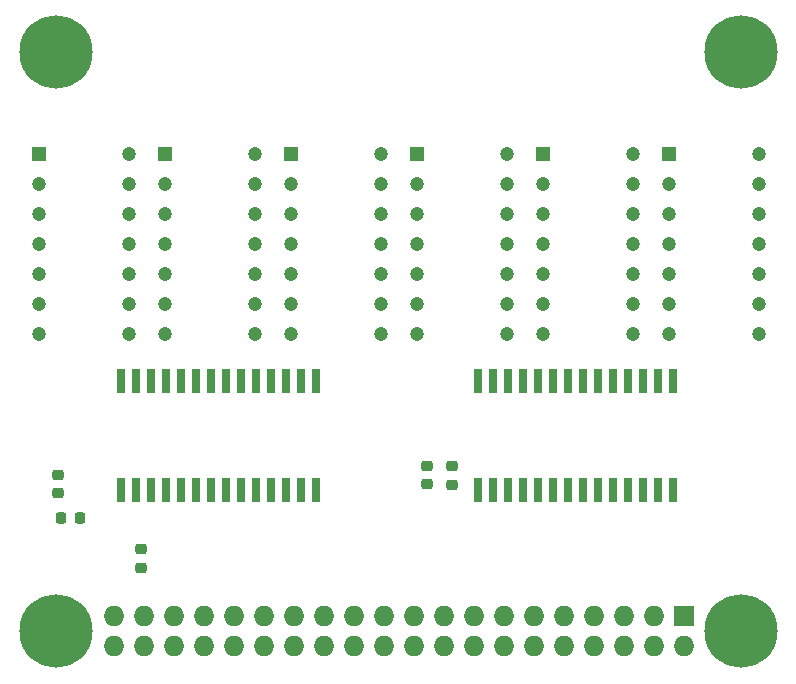
<source format=gts>
%TF.GenerationSoftware,KiCad,Pcbnew,7.0.5*%
%TF.CreationDate,2023-07-26T15:52:39+03:00*%
%TF.ProjectId,ltp_kikad,6c74705f-6b69-46b6-9164-2e6b69636164,rev?*%
%TF.SameCoordinates,Original*%
%TF.FileFunction,Soldermask,Top*%
%TF.FilePolarity,Negative*%
%FSLAX46Y46*%
G04 Gerber Fmt 4.6, Leading zero omitted, Abs format (unit mm)*
G04 Created by KiCad (PCBNEW 7.0.5) date 2023-07-26 15:52:39*
%MOMM*%
%LPD*%
G01*
G04 APERTURE LIST*
G04 Aperture macros list*
%AMRoundRect*
0 Rectangle with rounded corners*
0 $1 Rounding radius*
0 $2 $3 $4 $5 $6 $7 $8 $9 X,Y pos of 4 corners*
0 Add a 4 corners polygon primitive as box body*
4,1,4,$2,$3,$4,$5,$6,$7,$8,$9,$2,$3,0*
0 Add four circle primitives for the rounded corners*
1,1,$1+$1,$2,$3*
1,1,$1+$1,$4,$5*
1,1,$1+$1,$6,$7*
1,1,$1+$1,$8,$9*
0 Add four rect primitives between the rounded corners*
20,1,$1+$1,$2,$3,$4,$5,0*
20,1,$1+$1,$4,$5,$6,$7,0*
20,1,$1+$1,$6,$7,$8,$9,0*
20,1,$1+$1,$8,$9,$2,$3,0*%
G04 Aperture macros list end*
%ADD10R,1.200000X1.200000*%
%ADD11C,1.200000*%
%ADD12RoundRect,0.225000X-0.250000X0.225000X-0.250000X-0.225000X0.250000X-0.225000X0.250000X0.225000X0*%
%ADD13RoundRect,0.225000X0.225000X0.250000X-0.225000X0.250000X-0.225000X-0.250000X0.225000X-0.250000X0*%
%ADD14C,6.200000*%
%ADD15R,0.650000X2.100000*%
%ADD16R,1.727200X1.727200*%
%ADD17O,1.727200X1.727200*%
G04 APERTURE END LIST*
D10*
%TO.C,DS6*%
X174407900Y-65151000D03*
D11*
X174407900Y-67691000D03*
X174407900Y-70231000D03*
X174407900Y-72771000D03*
X174407900Y-75311000D03*
X174407900Y-77851000D03*
X174407900Y-80391000D03*
X182027900Y-80391000D03*
X182027900Y-77851000D03*
X182027900Y-75311000D03*
X182027900Y-72771000D03*
X182027900Y-70231000D03*
X182027900Y-67691000D03*
X182027900Y-65151000D03*
%TD*%
D10*
%TO.C,DS3*%
X142403900Y-65148600D03*
D11*
X142403900Y-67688600D03*
X142403900Y-70228600D03*
X142403900Y-72768600D03*
X142403900Y-75308600D03*
X142403900Y-77848600D03*
X142403900Y-80388600D03*
X150023900Y-80388600D03*
X150023900Y-77848600D03*
X150023900Y-75308600D03*
X150023900Y-72768600D03*
X150023900Y-70228600D03*
X150023900Y-67688600D03*
X150023900Y-65148600D03*
%TD*%
D12*
%TO.C,C7*%
X156037000Y-91615000D03*
X156037000Y-93165000D03*
%TD*%
D13*
%TO.C,C5*%
X124509900Y-96009600D03*
X122959900Y-96009600D03*
%TD*%
D14*
%TO.C,*%
X122466800Y-105572200D03*
%TD*%
D15*
%TO.C,IC1*%
X127988900Y-93661600D03*
X129258900Y-93661600D03*
X130528900Y-93661600D03*
X131798900Y-93661600D03*
X133068900Y-93661600D03*
X134338900Y-93661600D03*
X135608900Y-93661600D03*
X136878900Y-93661600D03*
X138148900Y-93661600D03*
X139418900Y-93661600D03*
X140688900Y-93661600D03*
X141958900Y-93661600D03*
X143228900Y-93661600D03*
X144498900Y-93661600D03*
X144498900Y-84361600D03*
X143228900Y-84361600D03*
X141958900Y-84361600D03*
X140688900Y-84361600D03*
X139418900Y-84361600D03*
X138148900Y-84361600D03*
X136878900Y-84361600D03*
X135608900Y-84361600D03*
X134338900Y-84361600D03*
X133068900Y-84361600D03*
X131798900Y-84361600D03*
X130528900Y-84361600D03*
X129258900Y-84361600D03*
X127988900Y-84361600D03*
%TD*%
D12*
%TO.C,C2*%
X153913900Y-91586600D03*
X153913900Y-93136600D03*
%TD*%
D14*
%TO.C,*%
X180466800Y-56572200D03*
%TD*%
D10*
%TO.C,DS5*%
X163739900Y-65148600D03*
D11*
X163739900Y-67688600D03*
X163739900Y-70228600D03*
X163739900Y-72768600D03*
X163739900Y-75308600D03*
X163739900Y-77848600D03*
X163739900Y-80388600D03*
X171359900Y-80388600D03*
X171359900Y-77848600D03*
X171359900Y-75308600D03*
X171359900Y-72768600D03*
X171359900Y-70228600D03*
X171359900Y-67688600D03*
X171359900Y-65148600D03*
%TD*%
D14*
%TO.C,*%
X180466800Y-105572200D03*
%TD*%
D10*
%TO.C,DS2*%
X131735900Y-65148600D03*
D11*
X131735900Y-67688600D03*
X131735900Y-70228600D03*
X131735900Y-72768600D03*
X131735900Y-75308600D03*
X131735900Y-77848600D03*
X131735900Y-80388600D03*
X139355900Y-80388600D03*
X139355900Y-77848600D03*
X139355900Y-75308600D03*
X139355900Y-72768600D03*
X139355900Y-70228600D03*
X139355900Y-67688600D03*
X139355900Y-65148600D03*
%TD*%
D10*
%TO.C,DS1*%
X121067900Y-65148600D03*
D11*
X121067900Y-67688600D03*
X121067900Y-70228600D03*
X121067900Y-72768600D03*
X121067900Y-75308600D03*
X121067900Y-77848600D03*
X121067900Y-80388600D03*
X128687900Y-80388600D03*
X128687900Y-77848600D03*
X128687900Y-75308600D03*
X128687900Y-72768600D03*
X128687900Y-70228600D03*
X128687900Y-67688600D03*
X128687900Y-65148600D03*
%TD*%
D14*
%TO.C,*%
X122466800Y-56572200D03*
%TD*%
D12*
%TO.C,C1*%
X122688900Y-92361600D03*
X122688900Y-93911600D03*
%TD*%
D16*
%TO.C,J2*%
X175641000Y-104300000D03*
D17*
X175641000Y-106840000D03*
X173101000Y-104300000D03*
X173101000Y-106840000D03*
X170561000Y-104300000D03*
X170561000Y-106840000D03*
X168021000Y-104300000D03*
X168021000Y-106840000D03*
X165481000Y-104300000D03*
X165481000Y-106840000D03*
X162941000Y-104300000D03*
X162941000Y-106840000D03*
X160401000Y-104300000D03*
X160401000Y-106840000D03*
X157861000Y-104300000D03*
X157861000Y-106840000D03*
X155321000Y-104300000D03*
X155321000Y-106840000D03*
X152781000Y-104300000D03*
X152781000Y-106840000D03*
X150241000Y-104300000D03*
X150241000Y-106840000D03*
X147701000Y-104300000D03*
X147701000Y-106840000D03*
X145161000Y-104300000D03*
X145161000Y-106840000D03*
X142621000Y-104300000D03*
X142621000Y-106840000D03*
X140081000Y-104300000D03*
X140081000Y-106840000D03*
X137541000Y-104300000D03*
X137541000Y-106840000D03*
X135001000Y-104300000D03*
X135001000Y-106840000D03*
X132461000Y-104300000D03*
X132461000Y-106840000D03*
X129921000Y-104300000D03*
X129921000Y-106840000D03*
X127381000Y-104300000D03*
X127381000Y-106840000D03*
%TD*%
D12*
%TO.C,C6*%
X129703900Y-98663600D03*
X129703900Y-100213600D03*
%TD*%
D10*
%TO.C,DS4*%
X153071900Y-65148600D03*
D11*
X153071900Y-67688600D03*
X153071900Y-70228600D03*
X153071900Y-72768600D03*
X153071900Y-75308600D03*
X153071900Y-77848600D03*
X153071900Y-80388600D03*
X160691900Y-80388600D03*
X160691900Y-77848600D03*
X160691900Y-75308600D03*
X160691900Y-72768600D03*
X160691900Y-70228600D03*
X160691900Y-67688600D03*
X160691900Y-65148600D03*
%TD*%
D15*
%TO.C,IC2*%
X158258900Y-93661600D03*
X159528900Y-93661600D03*
X160798900Y-93661600D03*
X162068900Y-93661600D03*
X163338900Y-93661600D03*
X164608900Y-93661600D03*
X165878900Y-93661600D03*
X167148900Y-93661600D03*
X168418900Y-93661600D03*
X169688900Y-93661600D03*
X170958900Y-93661600D03*
X172228900Y-93661600D03*
X173498900Y-93661600D03*
X174768900Y-93661600D03*
X174768900Y-84361600D03*
X173498900Y-84361600D03*
X172228900Y-84361600D03*
X170958900Y-84361600D03*
X169688900Y-84361600D03*
X168418900Y-84361600D03*
X167148900Y-84361600D03*
X165878900Y-84361600D03*
X164608900Y-84361600D03*
X163338900Y-84361600D03*
X162068900Y-84361600D03*
X160798900Y-84361600D03*
X159528900Y-84361600D03*
X158258900Y-84361600D03*
%TD*%
M02*

</source>
